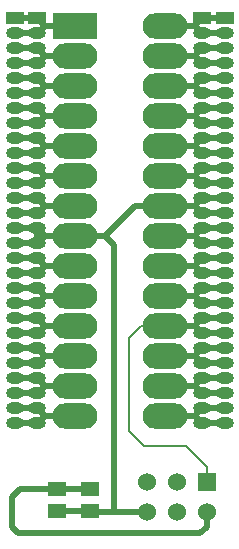
<source format=gtl>
%FSLAX34Y34*%
G04 Gerber Fmt 3.4, Leading zero omitted, Abs format*
G04 (created by PCBNEW (2013-12-05 BZR 4523)-product) date Fri 06 Dec 2013 07:50:23 PM CET*
%MOIN*%
G01*
G70*
G90*
G04 APERTURE LIST*
%ADD10C,0.005906*%
%ADD11O,0.150000X0.085000*%
%ADD12R,0.150000X0.085000*%
%ADD13O,0.059055X0.039370*%
%ADD14R,0.059055X0.039370*%
%ADD15R,0.060000X0.060000*%
%ADD16C,0.060000*%
%ADD17R,0.059000X0.051100*%
%ADD18C,0.020000*%
%ADD19C,0.008000*%
G04 APERTURE END LIST*
G54D10*
G54D11*
X56000Y-24500D03*
X56000Y-25500D03*
X56000Y-26500D03*
X56000Y-27500D03*
X56000Y-28500D03*
X56000Y-29500D03*
X56000Y-30500D03*
X56000Y-31500D03*
X56000Y-32500D03*
X56000Y-33500D03*
X56000Y-34500D03*
X56000Y-35500D03*
X56000Y-36500D03*
G54D12*
X56000Y-23500D03*
G54D11*
X59000Y-36500D03*
X59000Y-35500D03*
X59000Y-34500D03*
X59000Y-33500D03*
X59000Y-32500D03*
X59000Y-31500D03*
X59000Y-30500D03*
X59000Y-29500D03*
X59000Y-28500D03*
X59000Y-27500D03*
X59000Y-26500D03*
X59000Y-25500D03*
X59000Y-24500D03*
X59000Y-23500D03*
G54D13*
X54000Y-36750D03*
X54000Y-36250D03*
X54000Y-35750D03*
X54000Y-35250D03*
X54000Y-34750D03*
X54000Y-34250D03*
X54000Y-33750D03*
X54000Y-30250D03*
X54000Y-30750D03*
X54000Y-31250D03*
X54000Y-31750D03*
X54000Y-32250D03*
X54000Y-32750D03*
X54000Y-33250D03*
X60250Y-36750D03*
X60250Y-36250D03*
X60250Y-35750D03*
X60250Y-35250D03*
X60250Y-34750D03*
X60250Y-34250D03*
X60250Y-33750D03*
X60250Y-30250D03*
X60250Y-30750D03*
X60250Y-31250D03*
X60250Y-31750D03*
X60250Y-32250D03*
X60250Y-32750D03*
X60250Y-33250D03*
X54750Y-29750D03*
X54750Y-29250D03*
X54750Y-28750D03*
X54750Y-28250D03*
X54750Y-27750D03*
X54750Y-27250D03*
X54750Y-26750D03*
G54D14*
X54750Y-23250D03*
G54D13*
X54750Y-23750D03*
X54750Y-24250D03*
X54750Y-24750D03*
X54750Y-25250D03*
X54750Y-25750D03*
X54750Y-26250D03*
X54750Y-36750D03*
X54750Y-36250D03*
X54750Y-35750D03*
X54750Y-35250D03*
X54750Y-34750D03*
X54750Y-34250D03*
X54750Y-33750D03*
X54750Y-30250D03*
X54750Y-30750D03*
X54750Y-31250D03*
X54750Y-31750D03*
X54750Y-32250D03*
X54750Y-32750D03*
X54750Y-33250D03*
X61000Y-36750D03*
X61000Y-36250D03*
X61000Y-35750D03*
X61000Y-35250D03*
X61000Y-34750D03*
X61000Y-34250D03*
X61000Y-33750D03*
X61000Y-30250D03*
X61000Y-30750D03*
X61000Y-31250D03*
X61000Y-31750D03*
X61000Y-32250D03*
X61000Y-32750D03*
X61000Y-33250D03*
X61000Y-29750D03*
X61000Y-29250D03*
X61000Y-28750D03*
X61000Y-28250D03*
X61000Y-27750D03*
X61000Y-27250D03*
X61000Y-26750D03*
G54D14*
X61000Y-23250D03*
G54D13*
X61000Y-23750D03*
X61000Y-24250D03*
X61000Y-24750D03*
X61000Y-25250D03*
X61000Y-25750D03*
X61000Y-26250D03*
X60250Y-29750D03*
X60250Y-29250D03*
X60250Y-28750D03*
X60250Y-28250D03*
X60250Y-27750D03*
X60250Y-27250D03*
X60250Y-26750D03*
G54D14*
X60250Y-23250D03*
G54D13*
X60250Y-23750D03*
X60250Y-24250D03*
X60250Y-24750D03*
X60250Y-25250D03*
X60250Y-25750D03*
X60250Y-26250D03*
X54000Y-29750D03*
X54000Y-29250D03*
X54000Y-28750D03*
X54000Y-28250D03*
X54000Y-27750D03*
X54000Y-27250D03*
X54000Y-26750D03*
G54D14*
X54000Y-23250D03*
G54D13*
X54000Y-23750D03*
X54000Y-24250D03*
X54000Y-24750D03*
X54000Y-25250D03*
X54000Y-25750D03*
X54000Y-26250D03*
G54D15*
X60400Y-38700D03*
G54D16*
X60400Y-39700D03*
X59400Y-38700D03*
X59400Y-39700D03*
X58400Y-38700D03*
X58400Y-39700D03*
G54D17*
X55400Y-38926D03*
X55400Y-39674D03*
X56500Y-38926D03*
X56500Y-39674D03*
G54D18*
X61000Y-29250D02*
X60250Y-29250D01*
X60250Y-29750D02*
X61000Y-29750D01*
X59000Y-29500D02*
X60000Y-29500D01*
X60000Y-29500D02*
X60250Y-29750D01*
X60000Y-29500D02*
X60250Y-29250D01*
X54000Y-30750D02*
X54750Y-30750D01*
X54750Y-30750D02*
X54750Y-30500D01*
X54750Y-30500D02*
X54750Y-30250D01*
X54750Y-30250D02*
X54000Y-30250D01*
X56000Y-30500D02*
X55000Y-30500D01*
X55000Y-30500D02*
X54750Y-30750D01*
X55000Y-30500D02*
X54750Y-30250D01*
X57300Y-39700D02*
X57300Y-30800D01*
X57300Y-30800D02*
X57000Y-30500D01*
X56500Y-39674D02*
X55400Y-39674D01*
X58400Y-39700D02*
X57300Y-39700D01*
X57300Y-39700D02*
X56526Y-39700D01*
X56526Y-39700D02*
X56500Y-39674D01*
X56000Y-30500D02*
X57000Y-30500D01*
X58000Y-29500D02*
X59000Y-29500D01*
X57000Y-30500D02*
X58000Y-29500D01*
X60250Y-33250D02*
X61000Y-33250D01*
X60250Y-33750D02*
X61000Y-33750D01*
X59000Y-33500D02*
X60000Y-33500D01*
X60000Y-33500D02*
X60250Y-33750D01*
X60000Y-33500D02*
X60250Y-33250D01*
G54D19*
X60400Y-38700D02*
X60400Y-38200D01*
X58200Y-33500D02*
X59000Y-33500D01*
X57800Y-33900D02*
X58200Y-33500D01*
X57800Y-37000D02*
X57800Y-33900D01*
X58300Y-37500D02*
X57800Y-37000D01*
X59700Y-37500D02*
X58300Y-37500D01*
X60400Y-38200D02*
X59700Y-37500D01*
G54D18*
X60250Y-34250D02*
X61000Y-34250D01*
X60250Y-34750D02*
X61000Y-34750D01*
X59000Y-34500D02*
X60000Y-34500D01*
X60000Y-34500D02*
X60250Y-34750D01*
X60000Y-34500D02*
X60250Y-34250D01*
X56000Y-23500D02*
X55000Y-23500D01*
X55000Y-23500D02*
X54750Y-23750D01*
X55000Y-23500D02*
X54750Y-23250D01*
X54000Y-23750D02*
X54750Y-23750D01*
X54000Y-23250D02*
X54750Y-23250D01*
X61000Y-32250D02*
X60250Y-32250D01*
X60250Y-32750D02*
X61000Y-32750D01*
X59000Y-32500D02*
X60000Y-32500D01*
X60000Y-32500D02*
X60250Y-32750D01*
X60000Y-32500D02*
X60250Y-32250D01*
X54750Y-29250D02*
X54000Y-29250D01*
X54000Y-29750D02*
X54750Y-29750D01*
X56000Y-29500D02*
X55000Y-29500D01*
X55000Y-29500D02*
X54750Y-29750D01*
X55000Y-29500D02*
X54750Y-29250D01*
X55400Y-38926D02*
X54174Y-38926D01*
X60196Y-40403D02*
X60400Y-40200D01*
X54103Y-40403D02*
X60196Y-40403D01*
X53900Y-40200D02*
X54103Y-40403D01*
X53900Y-39200D02*
X53900Y-40200D01*
X60400Y-40200D02*
X60400Y-39700D01*
X54174Y-38926D02*
X53900Y-39200D01*
X55400Y-38926D02*
X56500Y-38926D01*
X54000Y-32250D02*
X54750Y-32250D01*
X54750Y-32750D02*
X54000Y-32750D01*
X56000Y-32500D02*
X55000Y-32500D01*
X55000Y-32500D02*
X54750Y-32750D01*
X55000Y-32500D02*
X54750Y-32250D01*
X54000Y-33250D02*
X54750Y-33250D01*
X54750Y-33750D02*
X54000Y-33750D01*
X56000Y-33500D02*
X55000Y-33500D01*
X55000Y-33500D02*
X54750Y-33750D01*
X55000Y-33500D02*
X54750Y-33250D01*
X54750Y-34750D02*
X54000Y-34750D01*
X54000Y-34250D02*
X54750Y-34250D01*
X56000Y-34500D02*
X55000Y-34500D01*
X55000Y-34500D02*
X54750Y-34750D01*
X55000Y-34500D02*
X54750Y-34250D01*
X54750Y-35750D02*
X54000Y-35750D01*
X54000Y-35250D02*
X54750Y-35250D01*
X56000Y-35500D02*
X55000Y-35500D01*
X55000Y-35500D02*
X54750Y-35750D01*
X55000Y-35500D02*
X54750Y-35250D01*
X54000Y-36250D02*
X54750Y-36250D01*
X54750Y-36750D02*
X54000Y-36750D01*
X56000Y-36500D02*
X55000Y-36500D01*
X55000Y-36500D02*
X54750Y-36750D01*
X55000Y-36500D02*
X54750Y-36250D01*
X60250Y-36250D02*
X61000Y-36250D01*
X60250Y-36750D02*
X61000Y-36750D01*
X59000Y-36500D02*
X60000Y-36500D01*
X60000Y-36500D02*
X60250Y-36750D01*
X60000Y-36500D02*
X60250Y-36250D01*
X60250Y-35250D02*
X61000Y-35250D01*
X60250Y-35750D02*
X61000Y-35750D01*
X59000Y-35500D02*
X60000Y-35500D01*
X60000Y-35500D02*
X60250Y-35750D01*
X60000Y-35500D02*
X60250Y-35250D01*
X56000Y-24500D02*
X55000Y-24500D01*
X55000Y-24500D02*
X54750Y-24750D01*
X55000Y-24500D02*
X54750Y-24250D01*
X54000Y-24750D02*
X54750Y-24750D01*
X54000Y-24250D02*
X54750Y-24250D01*
X60250Y-31250D02*
X61000Y-31250D01*
X60250Y-31750D02*
X61000Y-31750D01*
X59000Y-31500D02*
X60000Y-31500D01*
X60000Y-31500D02*
X60250Y-31750D01*
X60000Y-31500D02*
X60250Y-31250D01*
X61000Y-30250D02*
X60250Y-30250D01*
X60250Y-30750D02*
X61000Y-30750D01*
X59000Y-30500D02*
X60000Y-30500D01*
X60000Y-30500D02*
X60250Y-30750D01*
X60000Y-30500D02*
X60250Y-30250D01*
X60250Y-28250D02*
X61000Y-28250D01*
X60250Y-28750D02*
X61000Y-28750D01*
X59000Y-28500D02*
X60000Y-28500D01*
X60000Y-28500D02*
X60250Y-28750D01*
X60000Y-28500D02*
X60250Y-28250D01*
X60250Y-27250D02*
X61000Y-27250D01*
X60250Y-27750D02*
X61000Y-27750D01*
X59000Y-27500D02*
X60000Y-27500D01*
X60000Y-27500D02*
X60250Y-27750D01*
X60000Y-27500D02*
X60250Y-27250D01*
X60250Y-26250D02*
X61000Y-26250D01*
X60250Y-26750D02*
X61000Y-26750D01*
X59000Y-26500D02*
X60000Y-26500D01*
X60000Y-26500D02*
X60250Y-26750D01*
X60000Y-26500D02*
X60250Y-26250D01*
X60250Y-25250D02*
X61000Y-25250D01*
X60250Y-25750D02*
X61000Y-25750D01*
X59000Y-25500D02*
X60000Y-25500D01*
X60000Y-25500D02*
X60250Y-25750D01*
X60000Y-25500D02*
X60250Y-25250D01*
X60250Y-24250D02*
X61000Y-24250D01*
X60250Y-24750D02*
X61000Y-24750D01*
X59000Y-24500D02*
X60000Y-24500D01*
X60000Y-24500D02*
X60250Y-24750D01*
X60000Y-24500D02*
X60250Y-24250D01*
X60250Y-23250D02*
X61000Y-23250D01*
X60250Y-23750D02*
X61000Y-23750D01*
X59000Y-23500D02*
X60000Y-23500D01*
X60000Y-23500D02*
X60250Y-23750D01*
X60000Y-23500D02*
X60250Y-23250D01*
X56000Y-25500D02*
X55000Y-25500D01*
X55000Y-25500D02*
X54750Y-25750D01*
X55000Y-25500D02*
X54750Y-25250D01*
X54000Y-25750D02*
X54750Y-25750D01*
X54000Y-25250D02*
X54750Y-25250D01*
X56000Y-26500D02*
X55000Y-26500D01*
X55000Y-26500D02*
X54750Y-26750D01*
X55000Y-26500D02*
X54750Y-26250D01*
X54000Y-26750D02*
X54750Y-26750D01*
X54000Y-26250D02*
X54750Y-26250D01*
X54750Y-27750D02*
X54000Y-27750D01*
X56000Y-27500D02*
X55000Y-27500D01*
X55000Y-27500D02*
X54750Y-27750D01*
X54750Y-27250D02*
X54000Y-27250D01*
X55000Y-27500D02*
X54750Y-27250D01*
X54750Y-28250D02*
X54000Y-28250D01*
X54000Y-28750D02*
X54750Y-28750D01*
X56000Y-28500D02*
X55000Y-28500D01*
X55000Y-28500D02*
X54750Y-28750D01*
X55000Y-28500D02*
X54750Y-28250D01*
X54000Y-31250D02*
X54750Y-31250D01*
X54750Y-31750D02*
X54000Y-31750D01*
X56000Y-31500D02*
X55000Y-31500D01*
X55000Y-31500D02*
X54750Y-31750D01*
X55000Y-31500D02*
X54750Y-31250D01*
M02*

</source>
